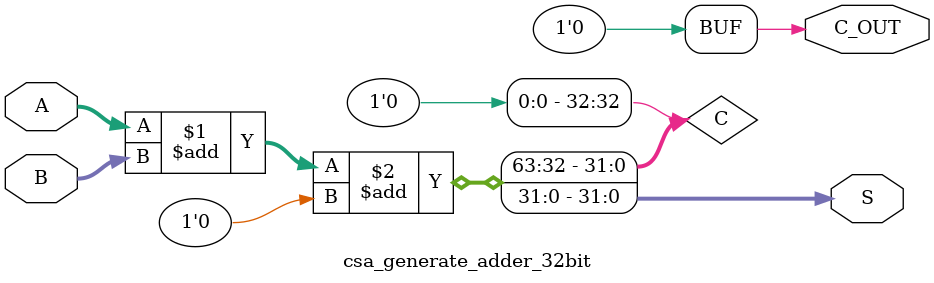
<source format=v>

module csa_generate_adder_32bit #(
  parameter SIZE = 32
  )
  (
  input  [SIZE-1:0] A,
  input  [SIZE-1:0] B,
  output [SIZE-1:0] S,
  output C_OUT
  );

  wire [SIZE:0] C;

  assign C[SIZE] = 0;
  assign {C[SIZE-1:0], S} = A + B + C[SIZE];
  assign C_OUT = C[SIZE];

endmodule
</source>
